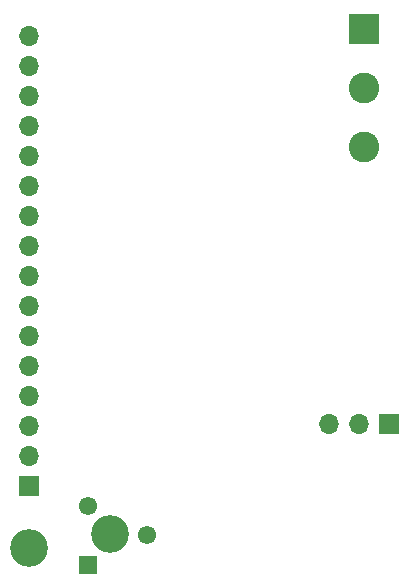
<source format=gbs>
G04 #@! TF.GenerationSoftware,KiCad,Pcbnew,6.0.7-f9a2dced07~116~ubuntu20.04.1*
G04 #@! TF.CreationDate,2023-01-10T10:48:59+01:00*
G04 #@! TF.ProjectId,Td5Gauge_SMD_ESP32,54643547-6175-4676-955f-534d445f4553,rev?*
G04 #@! TF.SameCoordinates,Original*
G04 #@! TF.FileFunction,Soldermask,Bot*
G04 #@! TF.FilePolarity,Negative*
%FSLAX46Y46*%
G04 Gerber Fmt 4.6, Leading zero omitted, Abs format (unit mm)*
G04 Created by KiCad (PCBNEW 6.0.7-f9a2dced07~116~ubuntu20.04.1) date 2023-01-10 10:48:59*
%MOMM*%
%LPD*%
G01*
G04 APERTURE LIST*
%ADD10R,1.550000X1.550000*%
%ADD11C,1.550000*%
%ADD12R,1.700000X1.700000*%
%ADD13O,1.700000X1.700000*%
%ADD14R,2.600000X2.600000*%
%ADD15C,2.600000*%
%ADD16C,3.200000*%
G04 APERTURE END LIST*
D10*
X71120000Y-98552000D03*
D11*
X76120000Y-96052000D03*
X71120000Y-93552000D03*
D12*
X66100000Y-91900000D03*
D13*
X66100000Y-89360000D03*
X66100000Y-86820000D03*
X66100000Y-84280000D03*
X66100000Y-81740000D03*
X66100000Y-79200000D03*
X66100000Y-76660000D03*
X66100000Y-74120000D03*
X66100000Y-71580000D03*
X66100000Y-69040000D03*
X66100000Y-66500000D03*
X66100000Y-63960000D03*
X66100000Y-61420000D03*
X66100000Y-58880000D03*
X66100000Y-56340000D03*
X66100000Y-53800000D03*
D14*
X94488000Y-53213000D03*
D15*
X94488000Y-58213000D03*
X94488000Y-63213000D03*
D12*
X96647000Y-86614000D03*
D13*
X94107000Y-86614000D03*
X91567000Y-86614000D03*
D16*
X73025000Y-95948500D03*
X66103500Y-97091500D03*
M02*

</source>
